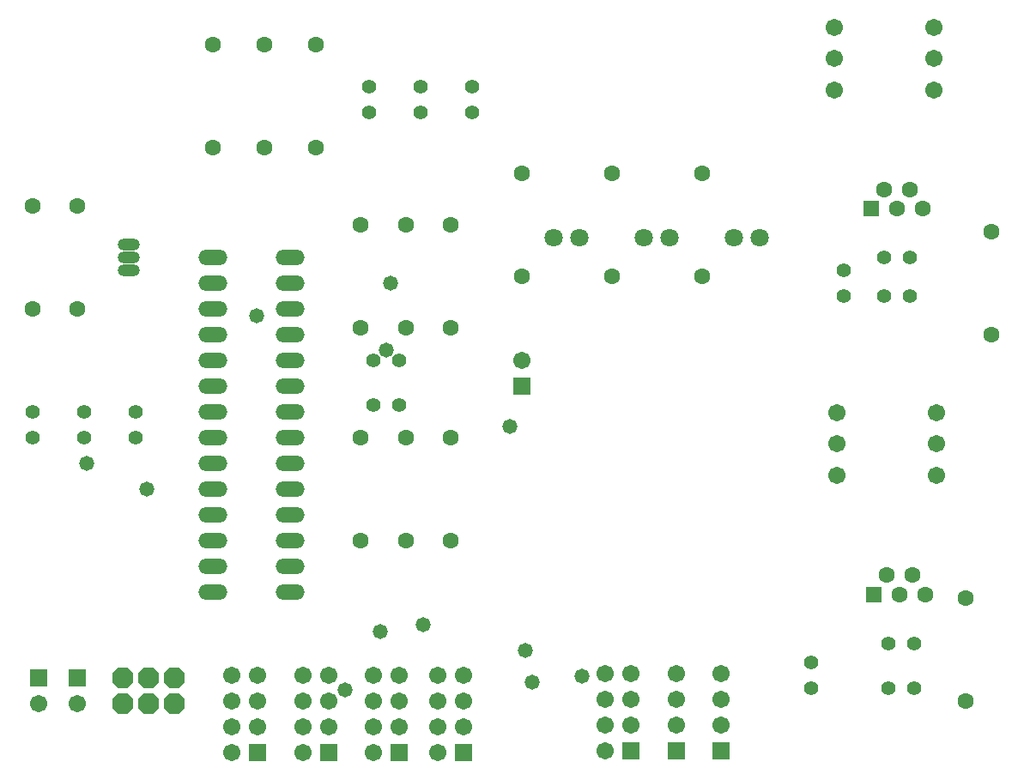
<source format=gbs>
G04*
G04 #@! TF.GenerationSoftware,Altium Limited,Altium Designer,19.0.10 (269)*
G04*
G04 Layer_Color=16711935*
%FSLAX24Y24*%
%MOIN*%
G70*
G01*
G75*
%ADD25C,0.0552*%
%ADD26R,0.0671X0.0671*%
%ADD27C,0.0671*%
%ADD28P,0.0888X8X202.5*%
%ADD29C,0.0710*%
%ADD30C,0.0631*%
%ADD31O,0.0867X0.0474*%
%ADD32O,0.0867X0.0474*%
%ADD33O,0.1120X0.0600*%
%ADD34R,0.0631X0.0631*%
%ADD36C,0.0580*%
D25*
X14077Y28628D02*
D03*
Y29628D02*
D03*
X18077D02*
D03*
Y28628D02*
D03*
X16077Y29628D02*
D03*
Y28628D02*
D03*
X1000Y17000D02*
D03*
Y16000D02*
D03*
X3000Y17000D02*
D03*
Y16000D02*
D03*
X5000Y17000D02*
D03*
Y16000D02*
D03*
X34063Y23000D02*
D03*
X35063D02*
D03*
X31250Y6250D02*
D03*
Y7250D02*
D03*
X32500Y22500D02*
D03*
Y21500D02*
D03*
X35063D02*
D03*
X34063D02*
D03*
X35250Y8000D02*
D03*
X34250D02*
D03*
X35250Y6250D02*
D03*
X34250D02*
D03*
X15250Y17250D02*
D03*
X14250D02*
D03*
X15250Y19000D02*
D03*
X14250D02*
D03*
D26*
X2750Y6657D02*
D03*
X1250D02*
D03*
X27750Y3829D02*
D03*
X26000D02*
D03*
X20000Y18000D02*
D03*
X24250Y3829D02*
D03*
X17750Y3750D02*
D03*
X12500D02*
D03*
X15250D02*
D03*
X9750D02*
D03*
D27*
X2750Y5657D02*
D03*
X1250D02*
D03*
X27750Y6829D02*
D03*
Y5829D02*
D03*
Y4829D02*
D03*
X26000Y6829D02*
D03*
Y5829D02*
D03*
Y4829D02*
D03*
X36000Y31941D02*
D03*
Y30720D02*
D03*
Y29500D02*
D03*
X32142D02*
D03*
Y30720D02*
D03*
Y31941D02*
D03*
X36108Y16970D02*
D03*
Y15750D02*
D03*
Y14530D02*
D03*
X32250D02*
D03*
Y15750D02*
D03*
Y16970D02*
D03*
X20000Y19000D02*
D03*
X23250Y6829D02*
D03*
X24250D02*
D03*
X23250Y5829D02*
D03*
X24250D02*
D03*
X23250Y4829D02*
D03*
X24250D02*
D03*
X23250Y3829D02*
D03*
X16750Y6750D02*
D03*
X17750D02*
D03*
X16750Y5750D02*
D03*
X17750D02*
D03*
X16750Y4750D02*
D03*
X17750D02*
D03*
X16750Y3750D02*
D03*
X11500Y6750D02*
D03*
X12500D02*
D03*
X11500Y5750D02*
D03*
X12500D02*
D03*
X11500Y4750D02*
D03*
X12500D02*
D03*
X11500Y3750D02*
D03*
X14250Y6750D02*
D03*
X15250D02*
D03*
X14250Y5750D02*
D03*
X15250D02*
D03*
X14250Y4750D02*
D03*
X15250D02*
D03*
X14250Y3750D02*
D03*
X8750Y6750D02*
D03*
X9750D02*
D03*
X8750Y5750D02*
D03*
X9750D02*
D03*
X8750Y4750D02*
D03*
X9750D02*
D03*
X8750Y3750D02*
D03*
D28*
X6500Y6657D02*
D03*
Y5657D02*
D03*
X5500Y6657D02*
D03*
Y5657D02*
D03*
X4500Y6657D02*
D03*
Y5657D02*
D03*
D29*
X28250Y23750D02*
D03*
X29250D02*
D03*
X21250D02*
D03*
X22250D02*
D03*
X24750D02*
D03*
X25750D02*
D03*
D30*
X27000Y22250D02*
D03*
Y26250D02*
D03*
X12000Y27250D02*
D03*
Y31250D02*
D03*
X10000Y27250D02*
D03*
Y31250D02*
D03*
X1000Y25000D02*
D03*
Y21000D02*
D03*
X2750Y25000D02*
D03*
Y21000D02*
D03*
X8000Y31250D02*
D03*
Y27250D02*
D03*
X20000Y22250D02*
D03*
Y26250D02*
D03*
X23500Y22250D02*
D03*
Y26250D02*
D03*
X35563Y24878D02*
D03*
X34563D02*
D03*
X34063Y25628D02*
D03*
X35063D02*
D03*
X35671Y9907D02*
D03*
X34671D02*
D03*
X34171Y10657D02*
D03*
X35171D02*
D03*
X38250Y24000D02*
D03*
Y20000D02*
D03*
X37250Y9750D02*
D03*
Y5750D02*
D03*
X13750Y16000D02*
D03*
Y12000D02*
D03*
X17238D02*
D03*
Y16000D02*
D03*
X13750Y20250D02*
D03*
Y24250D02*
D03*
X17238D02*
D03*
Y20250D02*
D03*
X15500Y12000D02*
D03*
Y16000D02*
D03*
Y24250D02*
D03*
Y20250D02*
D03*
D31*
X4750Y23500D02*
D03*
D32*
Y23000D02*
D03*
Y22500D02*
D03*
D33*
X11000Y23000D02*
D03*
Y22000D02*
D03*
Y21000D02*
D03*
Y20000D02*
D03*
Y19000D02*
D03*
Y18000D02*
D03*
Y17000D02*
D03*
Y16000D02*
D03*
Y15000D02*
D03*
Y14000D02*
D03*
Y13000D02*
D03*
Y12000D02*
D03*
Y11000D02*
D03*
Y10000D02*
D03*
X8000D02*
D03*
Y11000D02*
D03*
Y12000D02*
D03*
Y13000D02*
D03*
Y14000D02*
D03*
Y15000D02*
D03*
Y16000D02*
D03*
Y17000D02*
D03*
Y18000D02*
D03*
Y19000D02*
D03*
Y20000D02*
D03*
Y21000D02*
D03*
Y22000D02*
D03*
Y23000D02*
D03*
D34*
X33563Y24878D02*
D03*
X33671Y9907D02*
D03*
D36*
X20420Y6490D02*
D03*
X22340Y6738D02*
D03*
X9710Y20730D02*
D03*
X13140Y6200D02*
D03*
X14750Y19390D02*
D03*
X3090Y15000D02*
D03*
X5432Y14000D02*
D03*
X19530Y16430D02*
D03*
X20130Y7740D02*
D03*
X14920Y22000D02*
D03*
X16170Y8710D02*
D03*
X14500Y8450D02*
D03*
M02*

</source>
